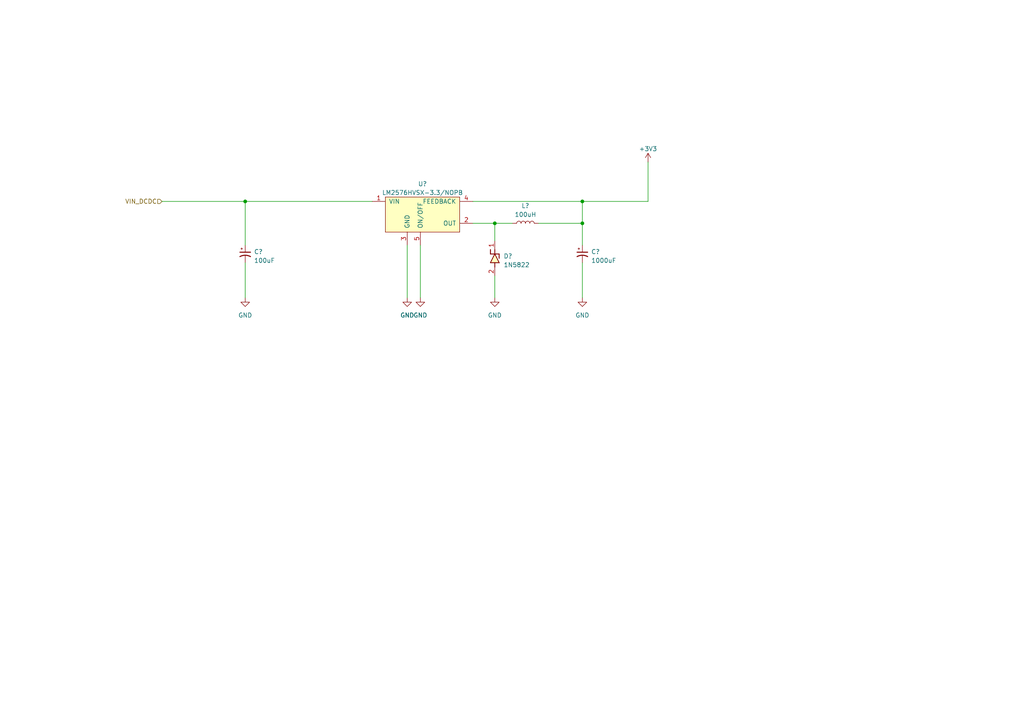
<source format=kicad_sch>
(kicad_sch (version 20210406) (generator eeschema)
  (paper "A4")
  (lib_symbols
    (symbol "Device:C_Polarized_Small_US" (pin_numbers hide) (pin_names (offset 0.254) hide)
      (property "Reference" "C" (at 0.254 1.778 0))
      (property "Value" "C_Polarized_Small_US" (at 0.254 -2.032 0))
      (symbol "C_Polarized_Small_US_0_1"
        (arc (start -1.524 -0.762) (end 1.524 -0.762) (radius (at 0 -3.556) (length 3.175) (angles 118.6 61.4)) (stroke (width 0.3048)))
        (polyline (pts (xy -1.524 0.508) (xy 1.524 0.508)) (stroke (width 0.3048)))
        (polyline (pts (xy -1.27 1.524) (xy -0.762 1.524)))
        (polyline (pts (xy -1.016 1.27) (xy -1.016 1.778)))
      )
      (symbol "C_Polarized_Small_US_1_1"
        (pin passive line (at 0 2.54 270) (length 2.032) (name "~") (number "1"))
        (pin passive line (at 0 -2.54 90) (length 2.032) (name "~") (number "2"))
      )
    )
    (symbol "Device:L" (pin_numbers hide) (pin_names (offset 1.016) hide)
      (property "Reference" "L" (at -1.27 0 90))
      (property "Value" "L" (at 1.905 0 90))
      (symbol "L_0_1"
        (arc (start 0 -2.54) (end 0 -1.27) (radius (at 0 -1.905) (length 0.635) (angles -89.9 89.9)))
        (arc (start 0 -1.27) (end 0 0) (radius (at 0 -0.635) (length 0.635) (angles -89.9 89.9)))
        (arc (start 0 0) (end 0 1.27) (radius (at 0 0.635) (length 0.635) (angles -89.9 89.9)))
        (arc (start 0 1.27) (end 0 2.54) (radius (at 0 1.905) (length 0.635) (angles -89.9 89.9)))
      )
      (symbol "L_1_1"
        (pin passive line (at 0 3.81 270) (length 1.27) (name "1") (number "1"))
        (pin passive line (at 0 -3.81 90) (length 1.27) (name "2") (number "2"))
      )
    )
    (symbol "Halfgelijders:1N5822" (pin_names (offset 1.016))
      (property "Reference" "D" (at 0 3.81 0))
      (property "Value" "1N5822" (at 0 -2.54 0))
      (symbol "1N5822_0_1"
        (polyline (pts (xy -2.54 0) (xy -1.27 0)) (stroke (width 0.254)))
        (polyline (pts (xy -1.27 -1.27) (xy -2.54 -1.27)))
        (polyline (pts (xy -1.27 -1.27) (xy -2.54 -1.27)) (stroke (width 0.254)))
        (polyline (pts (xy -1.27 1.27) (xy 0 1.27)))
        (polyline (pts (xy -1.27 1.27) (xy 0 1.27)) (stroke (width 0.254)))
        (polyline (pts (xy 2.54 0) (xy 1.27 0)) (stroke (width 0.254)))
      )
      (symbol "1N5822_1_1"
        (polyline (pts (xy -1.27 1.27) (xy -1.27 -1.27)) (stroke (width 0.254)))
        (polyline (pts (xy 1.27 1.27) (xy 1.27 -1.27) (xy -1.27 0) (xy 1.27 1.27)) (stroke (width 0.254)) (fill (type background)))
        (pin passive line (at -5.08 0 0) (length 2.54) (name "~") (number "1"))
        (pin passive line (at 5.08 0 180) (length 2.54) (name "~") (number "2"))
      )
    )
    (symbol "Halfgelijders:LM2576HVSX-12NOPB" (pin_names (offset 1.016))
      (property "Reference" "U" (at 13.97 0 0))
      (property "Value" "LM2576HVSX-12NOPB" (at 10.16 6.35 0))
      (symbol "LM2576HVSX-12NOPB_0_1"
        (rectangle (start 0 5.08) (end 21.59 -5.08) (fill (type background)))
      )
      (symbol "LM2576HVSX-12NOPB_1_1"
        (pin input line (at -3.81 3.81 0) (length 3.81) (name "VIN") (number "1"))
        (pin input line (at 25.4 -2.54 180) (length 3.81) (name "OUT") (number "2"))
        (pin input line (at 6.35 -8.89 90) (length 3.81) (name "GND") (number "3"))
        (pin input line (at 25.4 3.81 180) (length 3.81) (name "FEEDBACK") (number "4"))
        (pin input line (at 10.16 -8.89 90) (length 3.81) (name "ON/OFF") (number "5"))
      )
    )
    (symbol "power:+3V3" (power) (pin_names (offset 0))
      (property "Value" "+3V3" (at 0 3.556 0))
      (symbol "+3V3_0_1"
        (polyline (pts (xy -0.762 1.27) (xy 0 2.54)))
        (polyline (pts (xy 0 0) (xy 0 2.54)))
        (polyline (pts (xy 0 2.54) (xy 0.762 1.27)))
      )
      (symbol "+3V3_1_1"
        (pin power_in line (at 0 0 90) (length 0) hide (name "+3V3") (number "1"))
      )
    )
    (symbol "power:GND" (power) (pin_names (offset 0))
      (property "Value" "GND" (at 0 -3.81 0))
      (symbol "GND_0_1"
        (polyline (pts (xy 0 0) (xy 0 -1.27) (xy 1.27 -1.27) (xy 0 -2.54) (xy -1.27 -1.27) (xy 0 -1.27)))
      )
      (symbol "GND_1_1"
        (pin power_in line (at 0 0 270) (length 0) hide (name "GND") (number "1"))
      )
    )
  )
  (junction (at 71.12 58.42) (diameter 0.9144))
  (junction (at 143.51 64.77) (diameter 0.9144))
  (junction (at 168.91 58.42) (diameter 0.9144))
  (junction (at 168.91 64.77) (diameter 0.9144))
  (wire (pts (xy 46.99 58.42) (xy 71.12 58.42)))
  (wire (pts (xy 71.12 58.42) (xy 71.12 71.12)))
  (wire (pts (xy 71.12 58.42) (xy 107.95 58.42)))
  (wire (pts (xy 71.12 76.2) (xy 71.12 86.36)))
  (wire (pts (xy 118.11 71.12) (xy 118.11 86.36)))
  (wire (pts (xy 121.92 71.12) (xy 121.92 86.36)))
  (wire (pts (xy 137.16 64.77) (xy 143.51 64.77)))
  (wire (pts (xy 143.51 64.77) (xy 148.59 64.77)))
  (wire (pts (xy 143.51 69.85) (xy 143.51 64.77)))
  (wire (pts (xy 143.51 80.01) (xy 143.51 86.36)))
  (wire (pts (xy 156.21 64.77) (xy 168.91 64.77)))
  (wire (pts (xy 168.91 58.42) (xy 137.16 58.42)))
  (wire (pts (xy 168.91 58.42) (xy 187.96 58.42)))
  (wire (pts (xy 168.91 64.77) (xy 168.91 58.42)))
  (wire (pts (xy 168.91 64.77) (xy 168.91 71.12)))
  (wire (pts (xy 168.91 76.2) (xy 168.91 86.36)))
  (wire (pts (xy 187.96 46.99) (xy 187.96 58.42)))
  (hierarchical_label "VIN_DCDC" (shape input) (at 46.99 58.42 180))
  (symbol (lib_id "power:+3V3") (at 187.96 46.99 0) (unit 1)
    (property "Reference" "#PWR?" (effects hide))
    (property "Value" "+3V3" (at 187.96 43.18 0))
  )
  (symbol (lib_id "power:GND") (at 71.12 86.36 0) (unit 1)
    (property "Reference" "#PWR?" (effects hide))
    (property "Value" "GND" (at 71.12 91.44 0))
  )
  (symbol (lib_id "power:GND") (at 118.11 86.36 0) (unit 1)
    (property "Reference" "#PWR?" (effects hide))
    (property "Value" "GND" (at 118.11 91.44 0))
  )
  (symbol (lib_id "power:GND") (at 121.92 86.36 0) (unit 1)
    (property "Reference" "#PWR?" (effects hide))
    (property "Value" "GND" (at 121.92 91.44 0))
  )
  (symbol (lib_id "power:GND") (at 143.51 86.36 0) (unit 1)
    (property "Reference" "#PWR?" (effects hide))
    (property "Value" "GND" (at 143.51 91.44 0))
  )
  (symbol (lib_id "power:GND") (at 168.91 86.36 0) (unit 1)
    (property "Reference" "#PWR?" (effects hide))
    (property "Value" "GND" (at 168.91 91.44 0))
  )
  (symbol (lib_id "Device:L") (at 152.4 64.77 90) (unit 1)
    (property "Reference" "L?" (at 152.4 59.69 90))
    (property "Value" "100uH" (at 152.4 62.23 90))
  )
  (symbol (lib_id "Device:C_Polarized_Small_US") (at 71.12 73.66 0) (unit 1)
    (property "Reference" "C?" (at 73.66 73.0249 0) (effects (justify left)))
    (property "Value" "100uF" (at 73.66 75.5649 0) (effects (justify left)))
  )
  (symbol (lib_id "Device:C_Polarized_Small_US") (at 168.91 73.66 0) (unit 1)
    (property "Reference" "C?" (at 171.45 73.0249 0) (effects (justify left)))
    (property "Value" "1000uF" (at 171.45 75.5649 0) (effects (justify left)))
  )
  (symbol (lib_id "Halfgelijders:1N5822") (at 143.51 74.93 270) (unit 1)
    (property "Reference" "D?" (at 146.05 74.2949 90) (effects (justify left)))
    (property "Value" "1N5822" (at 146.05 76.8349 90) (effects (justify left)))
  )
  (symbol (lib_id "Halfgelijders:LM2576HVSX-12NOPB") (at 111.76 62.23 0) (unit 1)
    (property "Reference" "U?" (at 122.555 53.34 0))
    (property "Value" "LM2576HVSX-3.3/NOPB" (at 122.555 55.88 0))
  )
)
</source>
